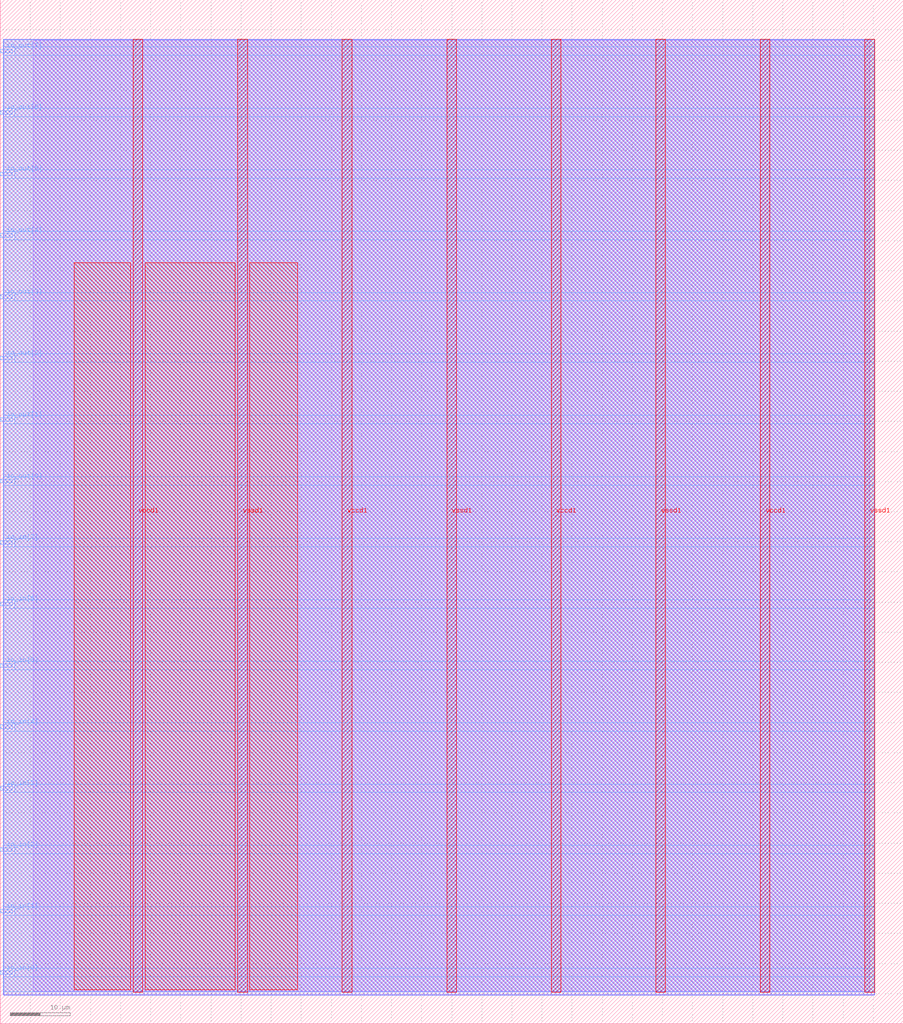
<source format=lef>
VERSION 5.7 ;
  NOWIREEXTENSIONATPIN ON ;
  DIVIDERCHAR "/" ;
  BUSBITCHARS "[]" ;
MACRO adamgreig_tt02_gps_ca_prn
  CLASS BLOCK ;
  FOREIGN adamgreig_tt02_gps_ca_prn ;
  ORIGIN 0.000 0.000 ;
  SIZE 150.000 BY 170.000 ;
  PIN io_in[0]
    DIRECTION INPUT ;
    USE SIGNAL ;
    PORT
      LAYER met3 ;
        RECT 0.000 8.200 2.000 8.800 ;
    END
  END io_in[0]
  PIN io_in[1]
    DIRECTION INPUT ;
    USE SIGNAL ;
    PORT
      LAYER met3 ;
        RECT 0.000 18.400 2.000 19.000 ;
    END
  END io_in[1]
  PIN io_in[2]
    DIRECTION INPUT ;
    USE SIGNAL ;
    PORT
      LAYER met3 ;
        RECT 0.000 28.600 2.000 29.200 ;
    END
  END io_in[2]
  PIN io_in[3]
    DIRECTION INPUT ;
    USE SIGNAL ;
    PORT
      LAYER met3 ;
        RECT 0.000 38.800 2.000 39.400 ;
    END
  END io_in[3]
  PIN io_in[4]
    DIRECTION INPUT ;
    USE SIGNAL ;
    PORT
      LAYER met3 ;
        RECT 0.000 49.000 2.000 49.600 ;
    END
  END io_in[4]
  PIN io_in[5]
    DIRECTION INPUT ;
    USE SIGNAL ;
    PORT
      LAYER met3 ;
        RECT 0.000 59.200 2.000 59.800 ;
    END
  END io_in[5]
  PIN io_in[6]
    DIRECTION INPUT ;
    USE SIGNAL ;
    PORT
      LAYER met3 ;
        RECT 0.000 69.400 2.000 70.000 ;
    END
  END io_in[6]
  PIN io_in[7]
    DIRECTION INPUT ;
    USE SIGNAL ;
    PORT
      LAYER met3 ;
        RECT 0.000 79.600 2.000 80.200 ;
    END
  END io_in[7]
  PIN io_out[0]
    DIRECTION OUTPUT TRISTATE ;
    USE SIGNAL ;
    PORT
      LAYER met3 ;
        RECT 0.000 89.800 2.000 90.400 ;
    END
  END io_out[0]
  PIN io_out[1]
    DIRECTION OUTPUT TRISTATE ;
    USE SIGNAL ;
    PORT
      LAYER met3 ;
        RECT 0.000 100.000 2.000 100.600 ;
    END
  END io_out[1]
  PIN io_out[2]
    DIRECTION OUTPUT TRISTATE ;
    USE SIGNAL ;
    PORT
      LAYER met3 ;
        RECT 0.000 110.200 2.000 110.800 ;
    END
  END io_out[2]
  PIN io_out[3]
    DIRECTION OUTPUT TRISTATE ;
    USE SIGNAL ;
    PORT
      LAYER met3 ;
        RECT 0.000 120.400 2.000 121.000 ;
    END
  END io_out[3]
  PIN io_out[4]
    DIRECTION OUTPUT TRISTATE ;
    USE SIGNAL ;
    PORT
      LAYER met3 ;
        RECT 0.000 130.600 2.000 131.200 ;
    END
  END io_out[4]
  PIN io_out[5]
    DIRECTION OUTPUT TRISTATE ;
    USE SIGNAL ;
    PORT
      LAYER met3 ;
        RECT 0.000 140.800 2.000 141.400 ;
    END
  END io_out[5]
  PIN io_out[6]
    DIRECTION OUTPUT TRISTATE ;
    USE SIGNAL ;
    PORT
      LAYER met3 ;
        RECT 0.000 151.000 2.000 151.600 ;
    END
  END io_out[6]
  PIN io_out[7]
    DIRECTION OUTPUT TRISTATE ;
    USE SIGNAL ;
    PORT
      LAYER met3 ;
        RECT 0.000 161.200 2.000 161.800 ;
    END
  END io_out[7]
  PIN vccd1
    DIRECTION INOUT ;
    USE POWER ;
    PORT
      LAYER met4 ;
        RECT 22.085 5.200 23.685 163.440 ;
    END
    PORT
      LAYER met4 ;
        RECT 56.815 5.200 58.415 163.440 ;
    END
    PORT
      LAYER met4 ;
        RECT 91.545 5.200 93.145 163.440 ;
    END
    PORT
      LAYER met4 ;
        RECT 126.275 5.200 127.875 163.440 ;
    END
  END vccd1
  PIN vssd1
    DIRECTION INOUT ;
    USE GROUND ;
    PORT
      LAYER met4 ;
        RECT 39.450 5.200 41.050 163.440 ;
    END
    PORT
      LAYER met4 ;
        RECT 74.180 5.200 75.780 163.440 ;
    END
    PORT
      LAYER met4 ;
        RECT 108.910 5.200 110.510 163.440 ;
    END
    PORT
      LAYER met4 ;
        RECT 143.640 5.200 145.240 163.440 ;
    END
  END vssd1
  OBS
      LAYER li1 ;
        RECT 5.520 5.355 144.440 163.285 ;
      LAYER met1 ;
        RECT 0.530 4.800 145.240 163.440 ;
      LAYER met2 ;
        RECT 0.550 4.770 145.210 163.385 ;
      LAYER met3 ;
        RECT 0.525 162.200 145.230 163.365 ;
        RECT 2.400 160.800 145.230 162.200 ;
        RECT 0.525 152.000 145.230 160.800 ;
        RECT 2.400 150.600 145.230 152.000 ;
        RECT 0.525 141.800 145.230 150.600 ;
        RECT 2.400 140.400 145.230 141.800 ;
        RECT 0.525 131.600 145.230 140.400 ;
        RECT 2.400 130.200 145.230 131.600 ;
        RECT 0.525 121.400 145.230 130.200 ;
        RECT 2.400 120.000 145.230 121.400 ;
        RECT 0.525 111.200 145.230 120.000 ;
        RECT 2.400 109.800 145.230 111.200 ;
        RECT 0.525 101.000 145.230 109.800 ;
        RECT 2.400 99.600 145.230 101.000 ;
        RECT 0.525 90.800 145.230 99.600 ;
        RECT 2.400 89.400 145.230 90.800 ;
        RECT 0.525 80.600 145.230 89.400 ;
        RECT 2.400 79.200 145.230 80.600 ;
        RECT 0.525 70.400 145.230 79.200 ;
        RECT 2.400 69.000 145.230 70.400 ;
        RECT 0.525 60.200 145.230 69.000 ;
        RECT 2.400 58.800 145.230 60.200 ;
        RECT 0.525 50.000 145.230 58.800 ;
        RECT 2.400 48.600 145.230 50.000 ;
        RECT 0.525 39.800 145.230 48.600 ;
        RECT 2.400 38.400 145.230 39.800 ;
        RECT 0.525 29.600 145.230 38.400 ;
        RECT 2.400 28.200 145.230 29.600 ;
        RECT 0.525 19.400 145.230 28.200 ;
        RECT 2.400 18.000 145.230 19.400 ;
        RECT 0.525 9.200 145.230 18.000 ;
        RECT 2.400 7.800 145.230 9.200 ;
        RECT 0.525 5.275 145.230 7.800 ;
      LAYER met4 ;
        RECT 12.255 5.615 21.685 126.305 ;
        RECT 24.085 5.615 39.050 126.305 ;
        RECT 41.450 5.615 49.385 126.305 ;
  END
END adamgreig_tt02_gps_ca_prn
END LIBRARY


</source>
